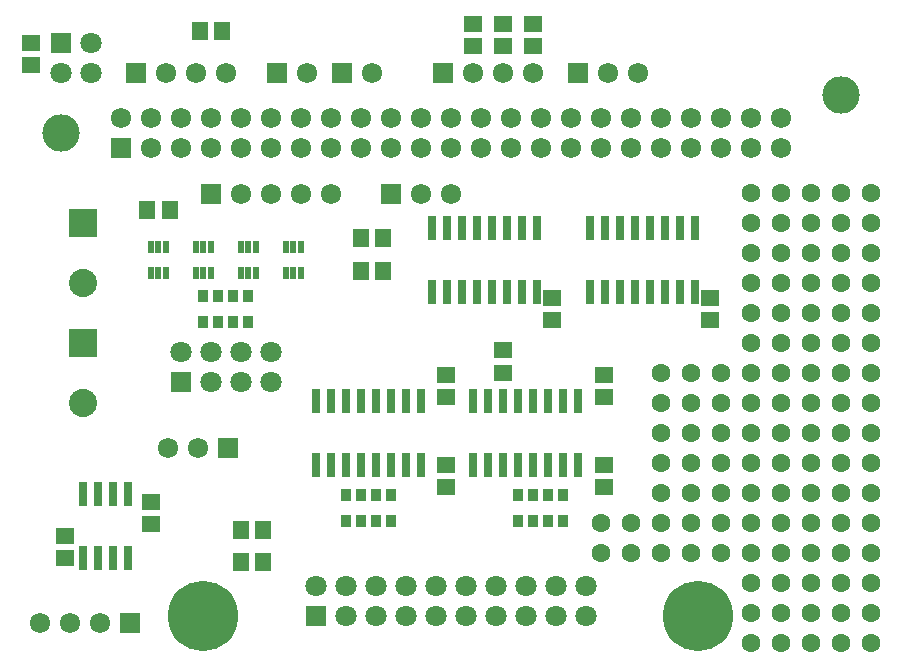
<source format=gbr>
G04 DipTrace 2.4.0.2*
%INTopMask.gbr*%
%MOIN*%
%ADD35C,0.125*%
%ADD44C,0.234*%
%ADD46R,0.0375X0.0434*%
%ADD48R,0.0197X0.0394*%
%ADD50C,0.0631*%
%ADD52R,0.0552X0.0631*%
%ADD54R,0.0276X0.0827*%
%ADD56C,0.0678*%
%ADD58R,0.0678X0.0678*%
%ADD60R,0.0631X0.0552*%
%ADD62C,0.0709*%
%ADD64R,0.0709X0.0709*%
%ADD66C,0.094*%
%ADD68R,0.094X0.094*%
%FSLAX44Y44*%
G04*
G70*
G90*
G75*
G01*
%LNTopMask*%
%LPD*%
D68*
X6190Y14690D3*
D66*
Y12690D3*
D68*
Y18690D3*
D66*
Y16690D3*
D64*
X5440Y24690D3*
D62*
Y23690D3*
X6440Y24690D3*
Y23690D3*
D60*
X5565Y8252D3*
Y7503D3*
X8440Y9377D3*
Y8628D3*
X23533Y9864D3*
Y10612D3*
X18283Y9864D3*
Y10612D3*
X23533Y13612D3*
Y12864D3*
X18283Y13612D3*
Y12864D3*
X27066Y15441D3*
Y16189D3*
X21815Y15440D3*
Y16188D3*
D58*
X7940Y23690D3*
D56*
X8940D3*
X9940D3*
X10940D3*
D58*
X10440Y19628D3*
D56*
X11440D3*
X12440D3*
X13440D3*
X14440D3*
D64*
X13940Y5565D3*
D62*
Y6565D3*
X14940Y5565D3*
Y6565D3*
X15940Y5565D3*
Y6565D3*
X16940Y5565D3*
Y6565D3*
X17940Y5565D3*
Y6565D3*
X18940Y5565D3*
Y6565D3*
X19940Y5565D3*
Y6565D3*
X20940Y5565D3*
Y6565D3*
X21940Y5565D3*
Y6565D3*
X22940Y5565D3*
Y6565D3*
D35*
X31440Y22940D3*
X5440Y21690D3*
D58*
X11002Y11189D3*
D56*
X10002D3*
X9002D3*
D54*
X17440Y12753D3*
X16940D3*
X16440D3*
X15940D3*
X15440D3*
X14940D3*
X14440D3*
X13940D3*
Y10627D3*
X14440D3*
X14940D3*
X15440D3*
X15940D3*
X16440D3*
X16940D3*
X17440D3*
X22690Y12753D3*
X22190D3*
X21690D3*
X21190D3*
X20690D3*
X20190D3*
X19690D3*
X19190D3*
Y10627D3*
X19690D3*
X20190D3*
X20690D3*
X21190D3*
X21690D3*
X22190D3*
X22690D3*
X7690Y9628D3*
X7190D3*
X6690D3*
X6190D3*
Y7502D3*
X6690D3*
X7190D3*
X7690D3*
X26565Y18503D3*
X26065D3*
X25565D3*
X25065D3*
X24565D3*
X24065D3*
X23565D3*
X23065D3*
Y16377D3*
X23565D3*
X24065D3*
X24565D3*
X25065D3*
X25565D3*
X26065D3*
X26565D3*
X21315Y18503D3*
X20815D3*
X20315D3*
X19815D3*
X19315D3*
X18815D3*
X18315D3*
X17815D3*
Y16377D3*
X18315D3*
X18815D3*
X19315D3*
X19815D3*
X20315D3*
X20815D3*
X21315D3*
D58*
X7744Y5351D3*
D56*
X6744D3*
X5744D3*
X4744D3*
D60*
X4440Y23940D3*
Y24688D3*
D52*
X12188Y8438D3*
X11440D3*
X12189Y7376D3*
X11441D3*
D58*
X22690Y23690D3*
D56*
X23690D3*
X24690D3*
D58*
X14815D3*
D56*
X15815D3*
D58*
X18190D3*
D56*
X19190D3*
X20190D3*
X21190D3*
D58*
X12627D3*
D56*
X13627D3*
D64*
X9440Y13378D3*
D62*
Y14378D3*
X10440Y13378D3*
Y14378D3*
X11440Y13378D3*
Y14378D3*
X12440Y13378D3*
Y14378D3*
D56*
X7440Y22190D3*
X8440D3*
X9440D3*
X10440D3*
X11440D3*
X12440D3*
X13440D3*
X14440D3*
X15440D3*
X16440D3*
X17440D3*
X18440D3*
X19440D3*
X20440D3*
X21440D3*
X22440D3*
X23440D3*
X24440D3*
X25440D3*
X26440D3*
X27440D3*
X28440D3*
X29440D3*
Y21190D3*
X28440D3*
X27440D3*
X26440D3*
X25440D3*
X24440D3*
X23440D3*
X22440D3*
X21440D3*
X20440D3*
X19440D3*
X18440D3*
X17440D3*
X16440D3*
X15440D3*
X14440D3*
X13440D3*
X12440D3*
X11440D3*
X10440D3*
X9440D3*
X8440D3*
D58*
X7440D3*
D50*
X29440Y18690D3*
X27440Y12690D3*
X28440D3*
X29440D3*
X30440D3*
X31440D3*
X32440D3*
X28440Y18690D3*
Y19690D3*
X29440D3*
X27440Y13690D3*
X28440D3*
X29440D3*
X30440D3*
X31440D3*
X32440D3*
X25440Y11690D3*
X26440D3*
X27440D3*
X28440D3*
X29440D3*
X30440D3*
X31440D3*
X32440D3*
X25440Y10690D3*
X26440D3*
X27440D3*
X28440D3*
X29440D3*
X30440D3*
X31440D3*
X32440D3*
X25440Y9690D3*
X26440D3*
X27440D3*
X28440D3*
X29440D3*
X30440D3*
X31440D3*
X32440D3*
X25440Y8690D3*
X26440D3*
X27440D3*
X28440D3*
X29440D3*
X30440D3*
X31440D3*
X32440D3*
X25440Y7690D3*
X26440D3*
X27440D3*
X28440D3*
X29440D3*
X30440D3*
X31440D3*
X32440D3*
X28440Y6690D3*
X29440D3*
X30440D3*
X31440D3*
X32440D3*
X28440Y5690D3*
X29440D3*
X30440D3*
X31440D3*
X32440D3*
X28440Y4690D3*
X29440D3*
X30440D3*
X31440D3*
X32440D3*
X28440Y14690D3*
X29440D3*
X30440D3*
X31440D3*
X32440D3*
X28440Y15690D3*
X29440D3*
X30440D3*
X31440D3*
X32440D3*
X28440Y16690D3*
X29440D3*
X30440D3*
X31440D3*
X32440D3*
X28440Y17690D3*
X29440D3*
X30440D3*
X31440D3*
X32440D3*
X25440Y12690D3*
X26440D3*
X30440Y18690D3*
X31440D3*
X32440D3*
X25440Y13690D3*
X26440D3*
X30440Y19690D3*
X31440D3*
X32440D3*
X24440Y8690D3*
Y7690D3*
X23440Y8690D3*
Y7690D3*
D48*
X8946Y17873D3*
X8690D3*
X8434D3*
Y17007D3*
X8690D3*
X8946D3*
X10446Y17873D3*
X10190D3*
X9934D3*
Y17007D3*
X10190D3*
X10446D3*
X11946Y17873D3*
X11690D3*
X11434D3*
Y17007D3*
X11690D3*
X11946D3*
X13446Y17873D3*
X13190D3*
X12934D3*
Y17007D3*
X13190D3*
X13446D3*
D60*
X19190Y24566D3*
Y25314D3*
X20190Y24566D3*
Y25314D3*
X21190Y24566D3*
Y25314D3*
X20190Y14439D3*
Y13691D3*
D46*
X10190Y15377D3*
X10690D3*
X11190D3*
X11690D3*
Y16244D3*
X11190D3*
X10690D3*
X10190D3*
D52*
X10814Y25064D3*
X10066D3*
D46*
X14940Y8757D3*
X15440D3*
X15940D3*
X16440D3*
Y9623D3*
X15940D3*
X15440D3*
X14940D3*
X20690Y8757D3*
X21190D3*
X21690D3*
X22190D3*
Y9623D3*
X21690D3*
X21190D3*
X20690D3*
D52*
X8316Y19127D3*
X9064D3*
X15441Y18190D3*
X16189D3*
X15441Y17065D3*
X16189D3*
D44*
X26690Y5565D3*
X10190D3*
D58*
X16440Y19628D3*
D56*
X17440D3*
X18440D3*
M02*

</source>
